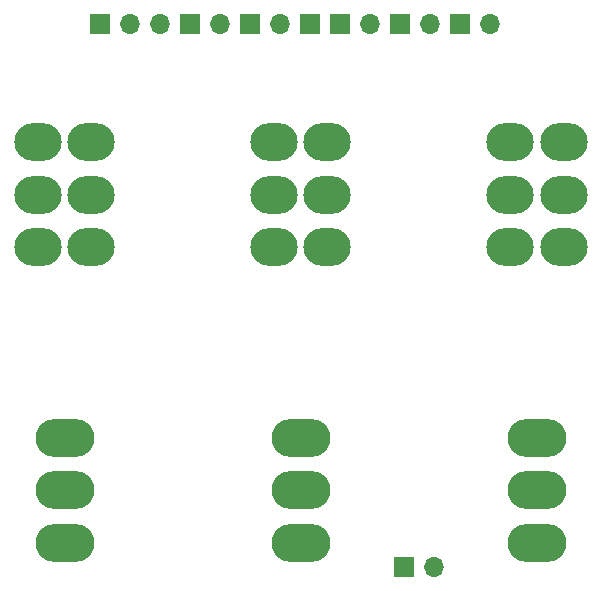
<source format=gts>
G04 #@! TF.GenerationSoftware,KiCad,Pcbnew,5.1.10*
G04 #@! TF.CreationDate,2021-05-19T15:42:40-05:00*
G04 #@! TF.ProjectId,Power Board,506f7765-7220-4426-9f61-72642e6b6963,rev?*
G04 #@! TF.SameCoordinates,Original*
G04 #@! TF.FileFunction,Soldermask,Top*
G04 #@! TF.FilePolarity,Negative*
%FSLAX46Y46*%
G04 Gerber Fmt 4.6, Leading zero omitted, Abs format (unit mm)*
G04 Created by KiCad (PCBNEW 5.1.10) date 2021-05-19 15:42:40*
%MOMM*%
%LPD*%
G01*
G04 APERTURE LIST*
%ADD10O,4.000000X3.200000*%
%ADD11O,5.000000X3.200000*%
%ADD12O,1.700000X1.700000*%
%ADD13R,1.700000X1.700000*%
G04 APERTURE END LIST*
D10*
X45250000Y-136050000D03*
X45250000Y-140500000D03*
X45250000Y-144950000D03*
X49750000Y-140500000D03*
X49750000Y-144950000D03*
X49750000Y-136050000D03*
X69750000Y-144950000D03*
X69750000Y-140500000D03*
X69750000Y-136050000D03*
X65250000Y-140500000D03*
X65250000Y-136050000D03*
X65250000Y-144950000D03*
D11*
X67500000Y-169950000D03*
X67500000Y-165500000D03*
X67500000Y-161050000D03*
X47500000Y-169950000D03*
X47500000Y-165500000D03*
X47500000Y-161050000D03*
D12*
X55580000Y-126000000D03*
X53040000Y-126000000D03*
D13*
X50500000Y-126000000D03*
D12*
X65740000Y-126000000D03*
D13*
X63200000Y-126000000D03*
D12*
X73360000Y-126000000D03*
D13*
X70820000Y-126000000D03*
D11*
X87500000Y-169950000D03*
X87500000Y-165500000D03*
X87500000Y-161050000D03*
D10*
X89750000Y-144950000D03*
X89750000Y-140500000D03*
X89750000Y-136050000D03*
X85250000Y-140500000D03*
X85250000Y-136050000D03*
X85250000Y-144950000D03*
D12*
X83520000Y-126000000D03*
D13*
X80980000Y-126000000D03*
D12*
X78440000Y-126000000D03*
D13*
X75900000Y-126000000D03*
X68280000Y-126000000D03*
D12*
X60660000Y-126000000D03*
D13*
X58120000Y-126000000D03*
D12*
X78790000Y-172000000D03*
D13*
X76250000Y-172000000D03*
M02*

</source>
